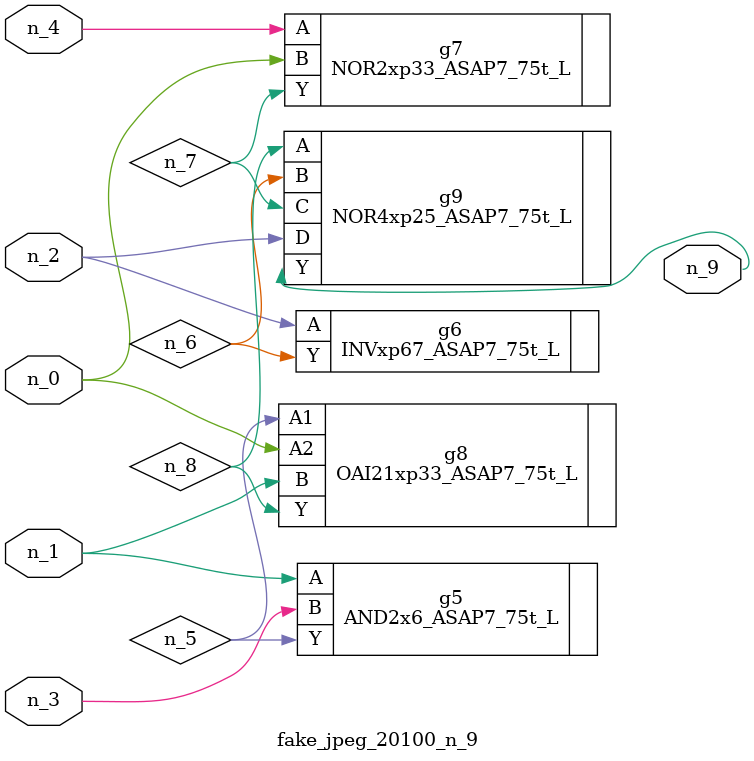
<source format=v>
module fake_jpeg_20100_n_9 (n_3, n_2, n_1, n_0, n_4, n_9);

input n_3;
input n_2;
input n_1;
input n_0;
input n_4;

output n_9;

wire n_8;
wire n_6;
wire n_5;
wire n_7;

AND2x6_ASAP7_75t_L g5 ( 
.A(n_1),
.B(n_3),
.Y(n_5)
);

INVxp67_ASAP7_75t_L g6 ( 
.A(n_2),
.Y(n_6)
);

NOR2xp33_ASAP7_75t_L g7 ( 
.A(n_4),
.B(n_0),
.Y(n_7)
);

OAI21xp33_ASAP7_75t_L g8 ( 
.A1(n_5),
.A2(n_0),
.B(n_1),
.Y(n_8)
);

NOR4xp25_ASAP7_75t_L g9 ( 
.A(n_8),
.B(n_6),
.C(n_7),
.D(n_2),
.Y(n_9)
);


endmodule
</source>
